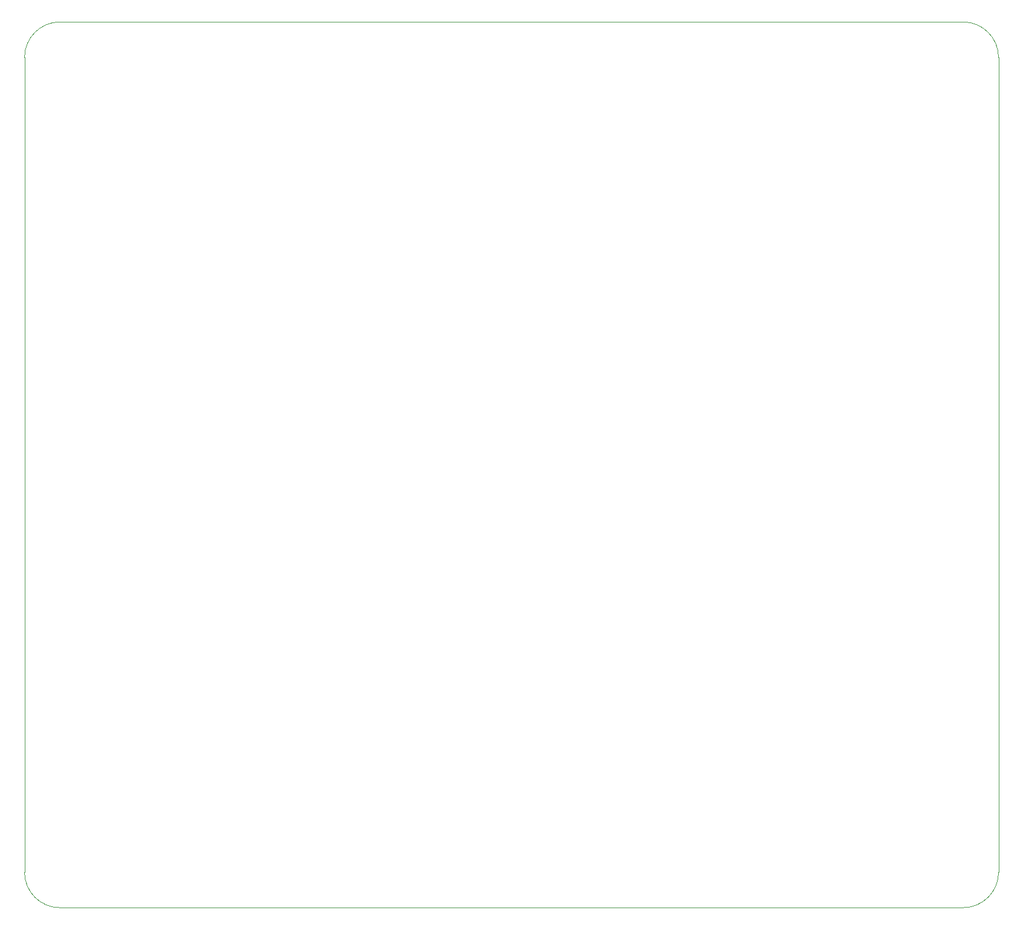
<source format=gbr>
G04 #@! TF.GenerationSoftware,KiCad,Pcbnew,(5.1.5)-3*
G04 #@! TF.CreationDate,2020-04-18T11:44:22+02:00*
G04 #@! TF.ProjectId,8SocketBoard,38536f63-6b65-4744-926f-6172642e6b69,rev?*
G04 #@! TF.SameCoordinates,Original*
G04 #@! TF.FileFunction,Profile,NP*
%FSLAX46Y46*%
G04 Gerber Fmt 4.6, Leading zero omitted, Abs format (unit mm)*
G04 Created by KiCad (PCBNEW (5.1.5)-3) date 2020-04-18 11:44:22*
%MOMM*%
%LPD*%
G04 APERTURE LIST*
%ADD10C,0.050000*%
G04 APERTURE END LIST*
D10*
X160020000Y-38100000D02*
G75*
G02X165100000Y-43180000I0J-5080000D01*
G01*
X25400000Y-43180000D02*
G75*
G02X30480000Y-38100000I5080000J0D01*
G01*
X165100000Y-160020000D02*
G75*
G02X160020000Y-165100000I-5080000J0D01*
G01*
X30480000Y-165100000D02*
G75*
G02X25400000Y-160020000I0J5080000D01*
G01*
X160020000Y-38100000D02*
X30480000Y-38100000D01*
X165100000Y-160020000D02*
X165100000Y-43180000D01*
X30480000Y-165100000D02*
X160020000Y-165100000D01*
X25400000Y-43180000D02*
X25400000Y-160020000D01*
M02*

</source>
